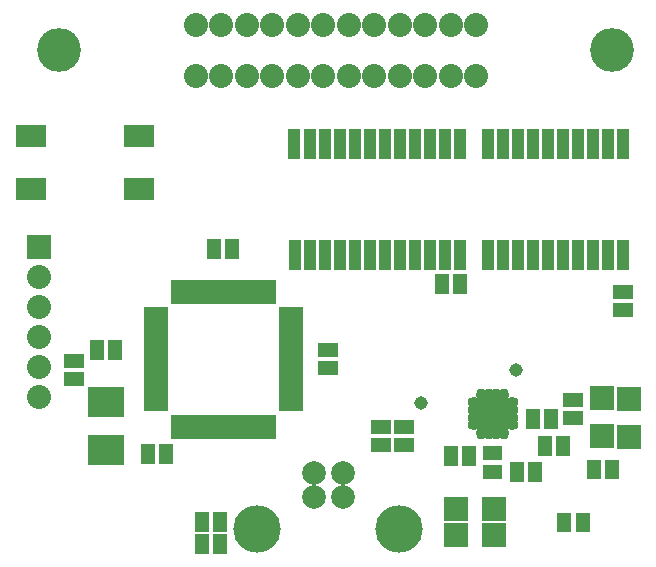
<source format=gts>
%FSLAX34Y34*%
G04 Gerber Fmt 3.4, Leading zero omitted, Abs format*
G04 (created by PCBNEW (2013-11-28 BZR 4510)-product) date Thu 15 May 2014 01:53:52 PM EDT*
%MOIN*%
G01*
G70*
G90*
G04 APERTURE LIST*
%ADD10C,0.005906*%
%ADD11C,0.045000*%
%ADD12R,0.051496X0.037717*%
%ADD13R,0.079000X0.079000*%
%ADD14R,0.037717X0.051496*%
%ADD15R,0.098740X0.098740*%
%ADD16O,0.031811X0.043622*%
%ADD17O,0.043622X0.031811*%
%ADD18R,0.102677X0.075118*%
%ADD19R,0.043622X0.098740*%
%ADD20C,0.079100*%
%ADD21C,0.157800*%
%ADD22R,0.120000X0.100000*%
%ADD23C,0.080000*%
%ADD24C,0.146000*%
%ADD25R,0.080000X0.080000*%
%ADD26R,0.045000X0.065000*%
%ADD27R,0.065000X0.045000*%
%ADD28R,0.036000X0.080000*%
%ADD29R,0.080000X0.036000*%
G04 APERTURE END LIST*
G54D10*
G54D11*
X65340Y-43816D03*
X62200Y-44920D03*
G54D12*
X67941Y-47291D03*
X68570Y-47291D03*
X68570Y-46976D03*
X67941Y-46976D03*
G54D13*
X69106Y-44776D03*
X69106Y-46036D03*
X68206Y-44758D03*
X68206Y-46018D03*
G54D12*
X67576Y-48726D03*
X66947Y-48726D03*
X66947Y-49041D03*
X67576Y-49041D03*
G54D14*
X64737Y-47204D03*
X64737Y-46575D03*
X64422Y-46575D03*
X64422Y-47204D03*
G54D15*
X64575Y-45275D03*
G54D16*
X64191Y-44645D03*
X64447Y-44645D03*
X64702Y-44645D03*
X64958Y-44645D03*
G54D17*
X65204Y-44891D03*
X65204Y-45147D03*
X65204Y-45402D03*
X65204Y-45658D03*
G54D16*
X64958Y-45904D03*
X64702Y-45904D03*
X64447Y-45904D03*
X64191Y-45904D03*
G54D17*
X63945Y-45658D03*
X63945Y-45402D03*
X63945Y-45147D03*
X63945Y-44891D03*
G54D18*
X52771Y-36014D03*
X52771Y-37785D03*
X49188Y-36014D03*
X49188Y-37785D03*
G54D19*
X63500Y-36274D03*
X63000Y-36274D03*
X62500Y-36274D03*
X62000Y-36274D03*
X61500Y-36274D03*
X61000Y-36274D03*
X60500Y-36274D03*
X60000Y-36274D03*
X59500Y-36274D03*
X59000Y-36274D03*
X58500Y-36274D03*
X57950Y-36274D03*
X63500Y-39975D03*
X63000Y-39975D03*
X62500Y-39975D03*
X62000Y-39975D03*
X61500Y-39975D03*
X61000Y-39975D03*
X60500Y-39975D03*
X60000Y-39975D03*
X59500Y-39975D03*
X59000Y-39975D03*
X58500Y-39975D03*
X58000Y-39975D03*
X68925Y-36274D03*
X68425Y-36274D03*
X67925Y-36274D03*
X67425Y-36274D03*
X66925Y-36274D03*
X66425Y-36274D03*
X65925Y-36274D03*
X65425Y-36274D03*
X64925Y-36274D03*
X64425Y-36274D03*
X64425Y-39975D03*
X64925Y-39975D03*
X65425Y-39975D03*
X65925Y-39975D03*
X66425Y-39975D03*
X66925Y-39975D03*
X67425Y-39975D03*
X67925Y-39975D03*
X68425Y-39975D03*
X68925Y-39975D03*
G54D13*
X63345Y-48450D03*
X64605Y-48450D03*
X63345Y-49300D03*
X64605Y-49300D03*
G54D20*
X58610Y-48030D03*
X59590Y-48030D03*
X59590Y-47240D03*
X58610Y-47240D03*
G54D21*
X56730Y-49100D03*
X61470Y-49100D03*
G54D22*
X51675Y-44875D03*
X51675Y-46475D03*
G54D23*
X59775Y-33995D03*
X60625Y-33995D03*
X58075Y-33995D03*
X58925Y-33995D03*
X59775Y-32305D03*
X58925Y-32305D03*
X58075Y-32305D03*
X60625Y-32305D03*
X57225Y-33995D03*
X56375Y-33995D03*
X55525Y-33995D03*
X54675Y-33995D03*
X57225Y-32305D03*
X56375Y-32305D03*
X55525Y-32305D03*
X54675Y-32305D03*
X61475Y-33995D03*
X62325Y-33995D03*
X63175Y-33995D03*
X64025Y-33995D03*
X61475Y-32305D03*
X62325Y-32305D03*
X63175Y-32305D03*
X64025Y-32305D03*
G54D24*
X68565Y-33150D03*
X50135Y-33150D03*
G54D25*
X49450Y-39725D03*
G54D23*
X49450Y-40725D03*
X49450Y-41725D03*
X49450Y-42725D03*
X49450Y-43725D03*
X49450Y-44725D03*
G54D26*
X55300Y-39775D03*
X55900Y-39775D03*
X65930Y-45430D03*
X66530Y-45430D03*
G54D27*
X61625Y-45700D03*
X61625Y-46300D03*
X60850Y-45700D03*
X60850Y-46300D03*
X68925Y-41200D03*
X68925Y-41800D03*
X59100Y-43750D03*
X59100Y-43150D03*
G54D26*
X53700Y-46625D03*
X53100Y-46625D03*
G54D27*
X50625Y-44125D03*
X50625Y-43525D03*
G54D26*
X52000Y-43140D03*
X51400Y-43140D03*
G54D28*
X55600Y-45700D03*
X55915Y-45700D03*
X56230Y-45700D03*
X56545Y-45700D03*
X56860Y-45700D03*
X57175Y-45700D03*
X55285Y-45700D03*
X54970Y-45700D03*
X54655Y-45700D03*
X54340Y-45700D03*
X54025Y-45700D03*
X55600Y-41200D03*
X55915Y-41200D03*
X56230Y-41200D03*
X56545Y-41200D03*
X56860Y-41200D03*
X57175Y-41200D03*
X55285Y-41200D03*
X54970Y-41200D03*
X54655Y-41200D03*
X54340Y-41200D03*
X54025Y-41200D03*
G54D29*
X57850Y-43450D03*
X53350Y-43450D03*
X57850Y-43135D03*
X53350Y-43135D03*
X53350Y-42820D03*
X57850Y-42820D03*
X57850Y-42505D03*
X53350Y-42505D03*
X53350Y-42190D03*
X57850Y-42190D03*
X57850Y-41875D03*
X53350Y-41875D03*
X53350Y-43765D03*
X57850Y-43765D03*
X57850Y-44080D03*
X53350Y-44080D03*
X53350Y-44395D03*
X57850Y-44395D03*
X57850Y-44710D03*
X53350Y-44710D03*
X53350Y-45025D03*
X57850Y-45025D03*
G54D27*
X67240Y-45410D03*
X67240Y-44810D03*
G54D26*
X63800Y-46670D03*
X63200Y-46670D03*
X65390Y-47210D03*
X65990Y-47210D03*
X66330Y-46330D03*
X66930Y-46330D03*
X63500Y-40950D03*
X62900Y-40950D03*
X55475Y-48875D03*
X54875Y-48875D03*
X55475Y-49600D03*
X54875Y-49600D03*
M02*

</source>
